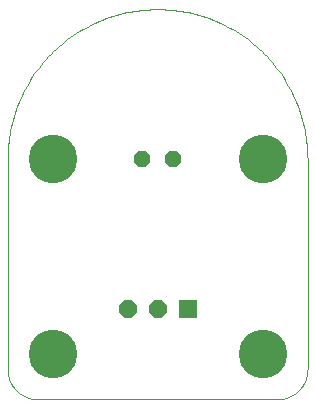
<source format=gbs>
G75*
%MOIN*%
%OFA0B0*%
%FSLAX25Y25*%
%IPPOS*%
%LPD*%
%AMOC8*
5,1,8,0,0,1.08239X$1,22.5*
%
%ADD10OC8,0.06000*%
%ADD11R,0.06000X0.06000*%
%ADD12C,0.00000*%
%ADD13C,0.16211*%
%ADD14OC8,0.05550*%
D10*
X0046800Y0054006D03*
X0056800Y0054006D03*
D11*
X0066800Y0054006D03*
D12*
X0096800Y0024006D02*
X0016800Y0024006D01*
X0016558Y0024009D01*
X0016317Y0024018D01*
X0016076Y0024032D01*
X0015835Y0024053D01*
X0015595Y0024079D01*
X0015355Y0024111D01*
X0015116Y0024149D01*
X0014879Y0024192D01*
X0014642Y0024242D01*
X0014407Y0024297D01*
X0014173Y0024357D01*
X0013941Y0024424D01*
X0013710Y0024495D01*
X0013481Y0024573D01*
X0013254Y0024656D01*
X0013029Y0024744D01*
X0012806Y0024838D01*
X0012586Y0024937D01*
X0012368Y0025042D01*
X0012153Y0025151D01*
X0011940Y0025266D01*
X0011730Y0025386D01*
X0011524Y0025511D01*
X0011320Y0025641D01*
X0011119Y0025776D01*
X0010922Y0025916D01*
X0010728Y0026060D01*
X0010538Y0026209D01*
X0010352Y0026363D01*
X0010169Y0026521D01*
X0009990Y0026683D01*
X0009815Y0026850D01*
X0009644Y0027021D01*
X0009477Y0027196D01*
X0009315Y0027375D01*
X0009157Y0027558D01*
X0009003Y0027744D01*
X0008854Y0027934D01*
X0008710Y0028128D01*
X0008570Y0028325D01*
X0008435Y0028526D01*
X0008305Y0028730D01*
X0008180Y0028936D01*
X0008060Y0029146D01*
X0007945Y0029359D01*
X0007836Y0029574D01*
X0007731Y0029792D01*
X0007632Y0030012D01*
X0007538Y0030235D01*
X0007450Y0030460D01*
X0007367Y0030687D01*
X0007289Y0030916D01*
X0007218Y0031147D01*
X0007151Y0031379D01*
X0007091Y0031613D01*
X0007036Y0031848D01*
X0006986Y0032085D01*
X0006943Y0032322D01*
X0006905Y0032561D01*
X0006873Y0032801D01*
X0006847Y0033041D01*
X0006826Y0033282D01*
X0006812Y0033523D01*
X0006803Y0033764D01*
X0006800Y0034006D01*
X0006800Y0104006D01*
X0006815Y0105224D01*
X0006859Y0106440D01*
X0006933Y0107656D01*
X0007037Y0108869D01*
X0007170Y0110079D01*
X0007333Y0111286D01*
X0007525Y0112488D01*
X0007746Y0113686D01*
X0007996Y0114878D01*
X0008275Y0116063D01*
X0008583Y0117241D01*
X0008920Y0118411D01*
X0009285Y0119573D01*
X0009678Y0120725D01*
X0010099Y0121868D01*
X0010548Y0122999D01*
X0011024Y0124120D01*
X0011528Y0125229D01*
X0012058Y0126325D01*
X0012615Y0127408D01*
X0013198Y0128477D01*
X0013806Y0129531D01*
X0014441Y0130571D01*
X0015100Y0131594D01*
X0015784Y0132602D01*
X0016493Y0133592D01*
X0017225Y0134565D01*
X0017981Y0135519D01*
X0018760Y0136455D01*
X0019561Y0137372D01*
X0020385Y0138269D01*
X0021230Y0139145D01*
X0022096Y0140001D01*
X0022983Y0140836D01*
X0023890Y0141648D01*
X0024816Y0142438D01*
X0025762Y0143206D01*
X0026725Y0143950D01*
X0027707Y0144670D01*
X0028706Y0145367D01*
X0029721Y0146039D01*
X0030753Y0146686D01*
X0031800Y0147307D01*
X0032862Y0147903D01*
X0033938Y0148473D01*
X0035027Y0149017D01*
X0036130Y0149533D01*
X0037245Y0150023D01*
X0038371Y0150486D01*
X0039508Y0150921D01*
X0040656Y0151328D01*
X0041813Y0151707D01*
X0042979Y0152058D01*
X0044153Y0152380D01*
X0045335Y0152674D01*
X0046524Y0152939D01*
X0047718Y0153174D01*
X0048918Y0153381D01*
X0050123Y0153558D01*
X0051331Y0153706D01*
X0052543Y0153824D01*
X0053758Y0153913D01*
X0054974Y0153973D01*
X0056191Y0154002D01*
X0057409Y0154002D01*
X0058626Y0153973D01*
X0059842Y0153913D01*
X0061057Y0153824D01*
X0062269Y0153706D01*
X0063477Y0153558D01*
X0064682Y0153381D01*
X0065882Y0153174D01*
X0067076Y0152939D01*
X0068265Y0152674D01*
X0069447Y0152380D01*
X0070621Y0152058D01*
X0071787Y0151707D01*
X0072944Y0151328D01*
X0074092Y0150921D01*
X0075229Y0150486D01*
X0076355Y0150023D01*
X0077470Y0149533D01*
X0078573Y0149017D01*
X0079662Y0148473D01*
X0080738Y0147903D01*
X0081800Y0147307D01*
X0082847Y0146686D01*
X0083879Y0146039D01*
X0084894Y0145367D01*
X0085893Y0144670D01*
X0086875Y0143950D01*
X0087838Y0143206D01*
X0088784Y0142438D01*
X0089710Y0141648D01*
X0090617Y0140836D01*
X0091504Y0140001D01*
X0092370Y0139145D01*
X0093215Y0138269D01*
X0094039Y0137372D01*
X0094840Y0136455D01*
X0095619Y0135519D01*
X0096375Y0134565D01*
X0097107Y0133592D01*
X0097816Y0132602D01*
X0098500Y0131594D01*
X0099159Y0130571D01*
X0099794Y0129531D01*
X0100402Y0128477D01*
X0100985Y0127408D01*
X0101542Y0126325D01*
X0102072Y0125229D01*
X0102576Y0124120D01*
X0103052Y0122999D01*
X0103501Y0121868D01*
X0103922Y0120725D01*
X0104315Y0119573D01*
X0104680Y0118411D01*
X0105017Y0117241D01*
X0105325Y0116063D01*
X0105604Y0114878D01*
X0105854Y0113686D01*
X0106075Y0112488D01*
X0106267Y0111286D01*
X0106430Y0110079D01*
X0106563Y0108869D01*
X0106667Y0107656D01*
X0106741Y0106440D01*
X0106785Y0105224D01*
X0106800Y0104006D01*
X0106800Y0034006D01*
X0106797Y0033764D01*
X0106788Y0033523D01*
X0106774Y0033282D01*
X0106753Y0033041D01*
X0106727Y0032801D01*
X0106695Y0032561D01*
X0106657Y0032322D01*
X0106614Y0032085D01*
X0106564Y0031848D01*
X0106509Y0031613D01*
X0106449Y0031379D01*
X0106382Y0031147D01*
X0106311Y0030916D01*
X0106233Y0030687D01*
X0106150Y0030460D01*
X0106062Y0030235D01*
X0105968Y0030012D01*
X0105869Y0029792D01*
X0105764Y0029574D01*
X0105655Y0029359D01*
X0105540Y0029146D01*
X0105420Y0028936D01*
X0105295Y0028730D01*
X0105165Y0028526D01*
X0105030Y0028325D01*
X0104890Y0028128D01*
X0104746Y0027934D01*
X0104597Y0027744D01*
X0104443Y0027558D01*
X0104285Y0027375D01*
X0104123Y0027196D01*
X0103956Y0027021D01*
X0103785Y0026850D01*
X0103610Y0026683D01*
X0103431Y0026521D01*
X0103248Y0026363D01*
X0103062Y0026209D01*
X0102872Y0026060D01*
X0102678Y0025916D01*
X0102481Y0025776D01*
X0102280Y0025641D01*
X0102076Y0025511D01*
X0101870Y0025386D01*
X0101660Y0025266D01*
X0101447Y0025151D01*
X0101232Y0025042D01*
X0101014Y0024937D01*
X0100794Y0024838D01*
X0100571Y0024744D01*
X0100346Y0024656D01*
X0100119Y0024573D01*
X0099890Y0024495D01*
X0099659Y0024424D01*
X0099427Y0024357D01*
X0099193Y0024297D01*
X0098958Y0024242D01*
X0098721Y0024192D01*
X0098484Y0024149D01*
X0098245Y0024111D01*
X0098005Y0024079D01*
X0097765Y0024053D01*
X0097524Y0024032D01*
X0097283Y0024018D01*
X0097042Y0024009D01*
X0096800Y0024006D01*
D13*
X0091800Y0039006D03*
X0091800Y0104006D03*
X0021800Y0104006D03*
X0021800Y0039006D03*
D14*
X0051721Y0104006D03*
X0061879Y0104006D03*
M02*

</source>
